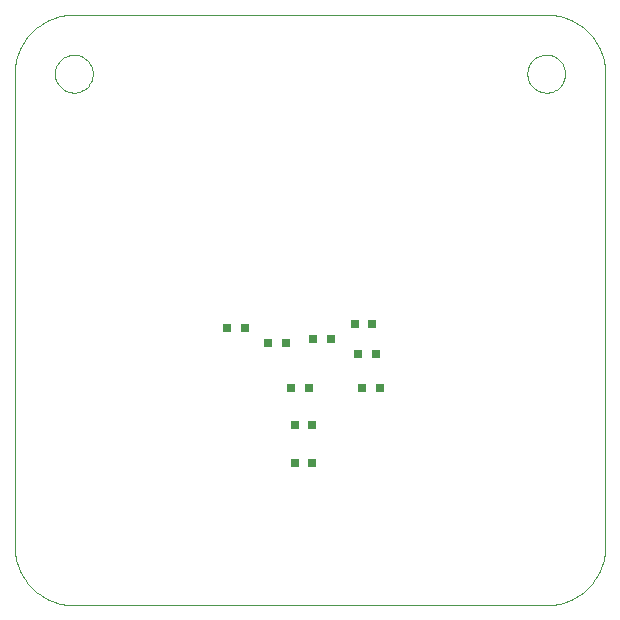
<source format=gtp>
G75*
G70*
%OFA0B0*%
%FSLAX24Y24*%
%IPPOS*%
%LPD*%
%AMOC8*
5,1,8,0,0,1.08239X$1,22.5*
%
%ADD10C,0.0000*%
%ADD11R,0.0315X0.0315*%
D10*
X000655Y002624D02*
X000655Y018372D01*
X001994Y018372D02*
X001996Y018422D01*
X002002Y018472D01*
X002012Y018521D01*
X002026Y018569D01*
X002043Y018616D01*
X002064Y018661D01*
X002089Y018705D01*
X002117Y018746D01*
X002149Y018785D01*
X002183Y018822D01*
X002220Y018856D01*
X002260Y018886D01*
X002302Y018913D01*
X002346Y018937D01*
X002392Y018958D01*
X002439Y018974D01*
X002487Y018987D01*
X002537Y018996D01*
X002586Y019001D01*
X002637Y019002D01*
X002687Y018999D01*
X002736Y018992D01*
X002785Y018981D01*
X002833Y018966D01*
X002879Y018948D01*
X002924Y018926D01*
X002967Y018900D01*
X003008Y018871D01*
X003047Y018839D01*
X003083Y018804D01*
X003115Y018766D01*
X003145Y018726D01*
X003172Y018683D01*
X003195Y018639D01*
X003214Y018593D01*
X003230Y018545D01*
X003242Y018496D01*
X003250Y018447D01*
X003254Y018397D01*
X003254Y018347D01*
X003250Y018297D01*
X003242Y018248D01*
X003230Y018199D01*
X003214Y018151D01*
X003195Y018105D01*
X003172Y018061D01*
X003145Y018018D01*
X003115Y017978D01*
X003083Y017940D01*
X003047Y017905D01*
X003008Y017873D01*
X002967Y017844D01*
X002924Y017818D01*
X002879Y017796D01*
X002833Y017778D01*
X002785Y017763D01*
X002736Y017752D01*
X002687Y017745D01*
X002637Y017742D01*
X002586Y017743D01*
X002537Y017748D01*
X002487Y017757D01*
X002439Y017770D01*
X002392Y017786D01*
X002346Y017807D01*
X002302Y017831D01*
X002260Y017858D01*
X002220Y017888D01*
X002183Y017922D01*
X002149Y017959D01*
X002117Y017998D01*
X002089Y018039D01*
X002064Y018083D01*
X002043Y018128D01*
X002026Y018175D01*
X002012Y018223D01*
X002002Y018272D01*
X001996Y018322D01*
X001994Y018372D01*
X000655Y018372D02*
X000657Y018466D01*
X000664Y018559D01*
X000675Y018652D01*
X000691Y018745D01*
X000711Y018836D01*
X000735Y018927D01*
X000763Y019016D01*
X000796Y019104D01*
X000833Y019190D01*
X000874Y019274D01*
X000919Y019357D01*
X000968Y019437D01*
X001020Y019514D01*
X001076Y019589D01*
X001136Y019661D01*
X001199Y019731D01*
X001265Y019797D01*
X001335Y019860D01*
X001407Y019920D01*
X001482Y019976D01*
X001559Y020028D01*
X001639Y020077D01*
X001722Y020122D01*
X001806Y020163D01*
X001892Y020200D01*
X001980Y020233D01*
X002069Y020261D01*
X002160Y020285D01*
X002251Y020305D01*
X002344Y020321D01*
X002437Y020332D01*
X002530Y020339D01*
X002624Y020341D01*
X002624Y020340D02*
X018372Y020340D01*
X017742Y018372D02*
X017744Y018422D01*
X017750Y018472D01*
X017760Y018521D01*
X017774Y018569D01*
X017791Y018616D01*
X017812Y018661D01*
X017837Y018705D01*
X017865Y018746D01*
X017897Y018785D01*
X017931Y018822D01*
X017968Y018856D01*
X018008Y018886D01*
X018050Y018913D01*
X018094Y018937D01*
X018140Y018958D01*
X018187Y018974D01*
X018235Y018987D01*
X018285Y018996D01*
X018334Y019001D01*
X018385Y019002D01*
X018435Y018999D01*
X018484Y018992D01*
X018533Y018981D01*
X018581Y018966D01*
X018627Y018948D01*
X018672Y018926D01*
X018715Y018900D01*
X018756Y018871D01*
X018795Y018839D01*
X018831Y018804D01*
X018863Y018766D01*
X018893Y018726D01*
X018920Y018683D01*
X018943Y018639D01*
X018962Y018593D01*
X018978Y018545D01*
X018990Y018496D01*
X018998Y018447D01*
X019002Y018397D01*
X019002Y018347D01*
X018998Y018297D01*
X018990Y018248D01*
X018978Y018199D01*
X018962Y018151D01*
X018943Y018105D01*
X018920Y018061D01*
X018893Y018018D01*
X018863Y017978D01*
X018831Y017940D01*
X018795Y017905D01*
X018756Y017873D01*
X018715Y017844D01*
X018672Y017818D01*
X018627Y017796D01*
X018581Y017778D01*
X018533Y017763D01*
X018484Y017752D01*
X018435Y017745D01*
X018385Y017742D01*
X018334Y017743D01*
X018285Y017748D01*
X018235Y017757D01*
X018187Y017770D01*
X018140Y017786D01*
X018094Y017807D01*
X018050Y017831D01*
X018008Y017858D01*
X017968Y017888D01*
X017931Y017922D01*
X017897Y017959D01*
X017865Y017998D01*
X017837Y018039D01*
X017812Y018083D01*
X017791Y018128D01*
X017774Y018175D01*
X017760Y018223D01*
X017750Y018272D01*
X017744Y018322D01*
X017742Y018372D01*
X018372Y020341D02*
X018466Y020339D01*
X018559Y020332D01*
X018652Y020321D01*
X018745Y020305D01*
X018836Y020285D01*
X018927Y020261D01*
X019016Y020233D01*
X019104Y020200D01*
X019190Y020163D01*
X019274Y020122D01*
X019356Y020077D01*
X019437Y020028D01*
X019514Y019976D01*
X019589Y019920D01*
X019661Y019860D01*
X019731Y019797D01*
X019797Y019731D01*
X019860Y019661D01*
X019920Y019589D01*
X019976Y019514D01*
X020028Y019437D01*
X020077Y019356D01*
X020122Y019274D01*
X020163Y019190D01*
X020200Y019104D01*
X020233Y019016D01*
X020261Y018927D01*
X020285Y018836D01*
X020305Y018745D01*
X020321Y018652D01*
X020332Y018559D01*
X020339Y018466D01*
X020341Y018372D01*
X020340Y018372D02*
X020340Y002624D01*
X020341Y002624D02*
X020339Y002530D01*
X020332Y002437D01*
X020321Y002344D01*
X020305Y002251D01*
X020285Y002160D01*
X020261Y002069D01*
X020233Y001980D01*
X020200Y001892D01*
X020163Y001806D01*
X020122Y001722D01*
X020077Y001640D01*
X020028Y001559D01*
X019976Y001482D01*
X019920Y001407D01*
X019860Y001335D01*
X019797Y001265D01*
X019731Y001199D01*
X019661Y001136D01*
X019589Y001076D01*
X019514Y001020D01*
X019437Y000968D01*
X019357Y000919D01*
X019274Y000874D01*
X019190Y000833D01*
X019104Y000796D01*
X019016Y000763D01*
X018927Y000735D01*
X018836Y000711D01*
X018745Y000691D01*
X018652Y000675D01*
X018559Y000664D01*
X018466Y000657D01*
X018372Y000655D01*
X002624Y000655D01*
X002530Y000657D01*
X002437Y000664D01*
X002344Y000675D01*
X002251Y000691D01*
X002160Y000711D01*
X002069Y000735D01*
X001980Y000763D01*
X001892Y000796D01*
X001806Y000833D01*
X001722Y000874D01*
X001639Y000919D01*
X001559Y000968D01*
X001482Y001020D01*
X001407Y001076D01*
X001335Y001136D01*
X001265Y001199D01*
X001199Y001265D01*
X001136Y001335D01*
X001076Y001407D01*
X001020Y001482D01*
X000968Y001559D01*
X000919Y001640D01*
X000874Y001722D01*
X000833Y001806D01*
X000796Y001892D01*
X000763Y001980D01*
X000735Y002069D01*
X000711Y002160D01*
X000691Y002251D01*
X000675Y002344D01*
X000664Y002437D01*
X000657Y002530D01*
X000655Y002624D01*
D11*
X007735Y009905D03*
X008325Y009905D03*
X009110Y009405D03*
X009700Y009405D03*
X010610Y009530D03*
X011200Y009530D03*
X011985Y010030D03*
X012575Y010030D03*
X012700Y009030D03*
X012110Y009030D03*
X012235Y007905D03*
X012825Y007905D03*
X010450Y007905D03*
X009860Y007905D03*
X009985Y006655D03*
X010575Y006655D03*
X010575Y005405D03*
X009985Y005405D03*
M02*

</source>
